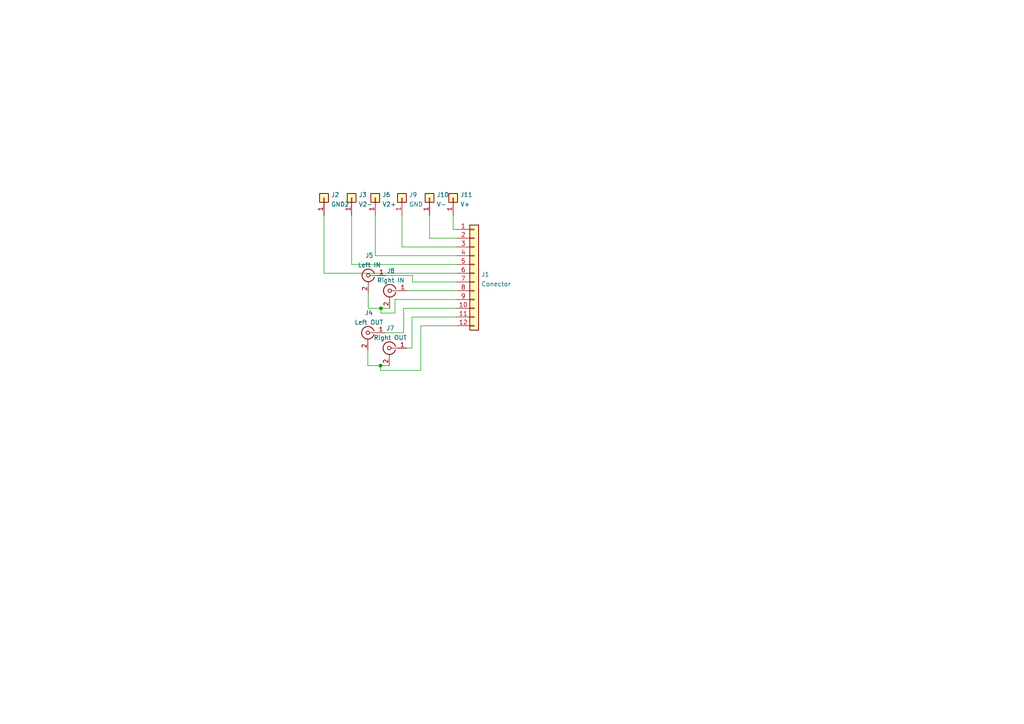
<source format=kicad_sch>
(kicad_sch (version 20211123) (generator eeschema)
  (paper "A4")
  (lib_symbols
    (symbol "Connector:Conn_Coaxial" (pin_names (offset 1.016) hide)
      (property "Reference" "J" (at 0.254 3.048 0))
      (property "Value" "Conn_Coaxial" (at 2.921 0 90))
      (symbol "Conn_Coaxial_0_1"
        (arc (start -1.778 -0.508) (mid 0.222 -1.808) (end 1.778 0) (stroke (width 0.254)))
        (polyline (pts (xy -2.54 0) (xy -0.508 0)))
        (polyline (pts (xy 0 -2.54) (xy 0 -1.778)))
        (circle (center 0 0) (radius 0.508) (stroke (width 0.2032)))
        (arc (start 1.778 0) (mid 0.2221 1.8083) (end -1.778 0.508) (stroke (width 0.254)))
      )
      (symbol "Conn_Coaxial_1_1"
        (pin passive line (at -5.08 0 0) (length 2.54) (name "In") (number "1"))
        (pin passive line (at 0 -5.08 90) (length 2.54) (name "Ext") (number "2"))
      )
    )
    (symbol "Connector_Generic:Conn_01x01" (pin_names (offset 1.016) hide)
      (property "Reference" "J" (at 0 2.54 0))
      (property "Value" "Conn_01x01" (at 0 -2.54 0))
      (symbol "Conn_01x01_1_1"
        (rectangle (start -1.27 0.127) (end 0 -0.127) (stroke (width 0.1524)))
        (rectangle (start -1.27 1.27) (end 1.27 -1.27) (stroke (width 0.254)) (fill (type background)))
        (pin passive line (at -5.08 0 0) (length 3.81) (name "Pin_1") (number "1"))
      )
    )
    (symbol "Connector_Generic:Conn_01x12" (pin_names (offset 1.016) hide)
      (property "Reference" "J" (at 0 15.24 0))
      (property "Value" "Conn_01x12" (at 0 -17.78 0))
      (symbol "Conn_01x12_1_1"
        (rectangle (start -1.27 -15.113) (end 0 -15.367) (stroke (width 0.1524)))
        (rectangle (start -1.27 -12.573) (end 0 -12.827) (stroke (width 0.1524)))
        (rectangle (start -1.27 -10.033) (end 0 -10.287) (stroke (width 0.1524)))
        (rectangle (start -1.27 -7.493) (end 0 -7.747) (stroke (width 0.1524)))
        (rectangle (start -1.27 -4.953) (end 0 -5.207) (stroke (width 0.1524)))
        (rectangle (start -1.27 -2.413) (end 0 -2.667) (stroke (width 0.1524)))
        (rectangle (start -1.27 0.127) (end 0 -0.127) (stroke (width 0.1524)))
        (rectangle (start -1.27 2.667) (end 0 2.413) (stroke (width 0.1524)))
        (rectangle (start -1.27 5.207) (end 0 4.953) (stroke (width 0.1524)))
        (rectangle (start -1.27 7.747) (end 0 7.493) (stroke (width 0.1524)))
        (rectangle (start -1.27 10.287) (end 0 10.033) (stroke (width 0.1524)))
        (rectangle (start -1.27 12.827) (end 0 12.573) (stroke (width 0.1524)))
        (rectangle (start -1.27 13.97) (end 1.27 -16.51) (stroke (width 0.254)) (fill (type background)))
        (pin passive line (at -5.08 12.7 0) (length 3.81) (name "Pin_1") (number "1"))
        (pin passive line (at -5.08 -10.16 0) (length 3.81) (name "Pin_10") (number "10"))
        (pin passive line (at -5.08 -12.7 0) (length 3.81) (name "Pin_11") (number "11"))
        (pin passive line (at -5.08 -15.24 0) (length 3.81) (name "Pin_12") (number "12"))
        (pin passive line (at -5.08 10.16 0) (length 3.81) (name "Pin_2") (number "2"))
        (pin passive line (at -5.08 7.62 0) (length 3.81) (name "Pin_3") (number "3"))
        (pin passive line (at -5.08 5.08 0) (length 3.81) (name "Pin_4") (number "4"))
        (pin passive line (at -5.08 2.54 0) (length 3.81) (name "Pin_5") (number "5"))
        (pin passive line (at -5.08 0 0) (length 3.81) (name "Pin_6") (number "6"))
        (pin passive line (at -5.08 -2.54 0) (length 3.81) (name "Pin_7") (number "7"))
        (pin passive line (at -5.08 -5.08 0) (length 3.81) (name "Pin_8") (number "8"))
        (pin passive line (at -5.08 -7.62 0) (length 3.81) (name "Pin_9") (number "9"))
      )
    )
  )
  (junction (at 110.49 89.408))
  (junction (at 110.363 106.045))
  (wire (pts (xy 124.587 69.088) (xy 132.461 69.088)))
  (wire (pts (xy 116.586 71.628) (xy 132.461 71.628)))
  (wire (pts (xy 132.461 81.788) (xy 119.634 81.788)))
  (wire (pts (xy 131.445 66.548) (xy 132.461 66.548)))
  (wire (pts (xy 106.68 106.045) (xy 110.363 106.045)))
  (wire (pts (xy 132.461 89.408) (xy 117.094 89.408)))
  (wire (pts (xy 106.807 89.408) (xy 110.49 89.408)))
  (wire (pts (xy 108.839 74.168) (xy 132.461 74.168)))
  (wire (pts (xy 132.461 91.948) (xy 119.507 91.948)))
  (wire (pts (xy 132.461 94.488) (xy 122.047 94.488)))
  (wire (pts (xy 117.983 100.965) (xy 119.507 100.965)))
  (wire (pts (xy 93.98 62.484) (xy 93.98 79.248)))
  (wire (pts (xy 118.11 84.328) (xy 132.461 84.328)))
  (wire (pts (xy 124.587 62.484) (xy 124.587 69.088)))
  (wire (pts (xy 131.445 62.484) (xy 131.445 66.548)))
  (wire (pts (xy 122.047 94.488) (xy 122.047 107.442)))
  (wire (pts (xy 132.461 86.868) (xy 114.554 86.868)))
  (wire (pts (xy 119.634 81.788) (xy 119.634 79.883)))
  (wire (pts (xy 110.363 106.045) (xy 112.903 106.045)))
  (wire (pts (xy 110.363 107.442) (xy 110.363 106.045)))
  (wire (pts (xy 116.586 62.484) (xy 116.586 71.628)))
  (wire (pts (xy 101.981 76.708) (xy 132.461 76.708)))
  (wire (pts (xy 117.094 96.52) (xy 111.76 96.52)))
  (wire (pts (xy 110.363 107.442) (xy 122.047 107.442)))
  (wire (pts (xy 101.981 62.484) (xy 101.981 76.708)))
  (wire (pts (xy 114.554 90.805) (xy 110.49 90.805)))
  (wire (pts (xy 119.634 79.883) (xy 111.887 79.883)))
  (wire (pts (xy 106.68 101.6) (xy 106.68 106.045)))
  (wire (pts (xy 110.49 89.408) (xy 113.03 89.408)))
  (wire (pts (xy 119.507 91.948) (xy 119.507 100.965)))
  (wire (pts (xy 114.554 86.868) (xy 114.554 90.805)))
  (wire (pts (xy 108.839 62.484) (xy 108.839 74.168)))
  (wire (pts (xy 117.094 89.408) (xy 117.094 96.52)))
  (wire (pts (xy 110.49 90.805) (xy 110.49 89.408)))
  (wire (pts (xy 93.98 79.248) (xy 132.461 79.248)))
  (wire (pts (xy 106.807 84.963) (xy 106.807 89.408)))
  (symbol (lib_id "Connector:Conn_Coaxial") (at 113.03 84.328 0) (mirror y) (unit 1)
    (property "Reference" "J8" (at 113.3474 78.5349 0))
    (property "Value" "Right IN" (at 113.3474 81.31 0))
    (property "Footprint" "Custom Library:RCA PANEL 2PIN FOOTPRINT" (effects hide))
    (property "Datasheet" " ~" (effects hide))
  )
  (symbol (lib_id "Connector_Generic:Conn_01x01") (at 101.981 57.404 90) (unit 1)
    (property "Reference" "J3" (at 104.013 56.4955 90) (effects (justify right)))
    (property "Value" "V2-" (at 104.013 59.2706 90) (effects (justify right)))
    (property "Footprint" "Custom Library:Spade Conector 6.3mm TE_1217861" (effects hide))
  )
  (symbol (lib_id "Connector:Conn_Coaxial") (at 106.68 96.52 0) (mirror y) (unit 1)
    (property "Reference" "J4" (at 106.9974 90.7269 0))
    (property "Value" "Left OUT" (at 106.9974 93.502 0))
    (property "Footprint" "Custom Library:RCA PANEL 2PIN FOOTPRINT" (effects hide))
    (property "Datasheet" " ~" (effects hide))
  )
  (symbol (lib_id "Connector_Generic:Conn_01x01") (at 108.839 57.404 90) (unit 1)
    (property "Reference" "J6" (at 110.871 56.4955 90) (effects (justify right)))
    (property "Value" "V2+" (at 110.871 59.2706 90) (effects (justify right)))
    (property "Footprint" "Custom Library:Spade Conector 6.3mm TE_1217861" (effects hide))
  )
  (symbol (lib_id "Connector_Generic:Conn_01x12") (at 137.541 79.248 0) (unit 1)
    (property "Reference" "J1" (at 139.573 79.6095 0) (effects (justify left)))
    (property "Value" "Conector" (at 139.573 82.3846 0) (effects (justify left)))
    (property "Footprint" "TSD MIXER FOOTPRINTS:PinSocket_2x12_P2.54mm_Vertical" (effects hide))
  )
  (symbol (lib_id "Connector_Generic:Conn_01x01") (at 131.445 57.404 90) (unit 1)
    (property "Reference" "J11" (at 133.477 56.4955 90) (effects (justify right)))
    (property "Value" "V+" (at 133.477 59.2706 90) (effects (justify right)))
    (property "Footprint" "Custom Library:Spade Conector 6.3mm TE_1217861" (effects hide))
  )
  (symbol (lib_id "Connector_Generic:Conn_01x01") (at 124.587 57.404 90) (unit 1)
    (property "Reference" "J10" (at 126.619 56.4955 90) (effects (justify right)))
    (property "Value" "V-" (at 126.619 59.2706 90) (effects (justify right)))
    (property "Footprint" "Custom Library:Spade Conector 6.3mm TE_1217861" (effects hide))
  )
  (symbol (lib_id "Connector:Conn_Coaxial") (at 106.807 79.883 0) (mirror y) (unit 1)
    (property "Reference" "J5" (at 107.1244 74.0899 0))
    (property "Value" "Left IN" (at 107.1244 76.865 0))
    (property "Footprint" "Custom Library:RCA PANEL 2PIN FOOTPRINT" (effects hide))
    (property "Datasheet" " ~" (effects hide))
  )
  (symbol (lib_id "Connector:Conn_Coaxial") (at 112.903 100.965 0) (mirror y) (unit 1)
    (property "Reference" "J7" (at 113.2204 95.1719 0))
    (property "Value" "Right OUT" (at 113.2204 97.947 0))
    (property "Footprint" "Custom Library:RCA PANEL 2PIN FOOTPRINT" (effects hide))
    (property "Datasheet" " ~" (effects hide))
  )
  (symbol (lib_id "Connector_Generic:Conn_01x01") (at 93.98 57.404 90) (unit 1)
    (property "Reference" "J2" (at 96.012 56.4955 90) (effects (justify right)))
    (property "Value" "GND2" (at 96.012 59.2706 90) (effects (justify right)))
    (property "Footprint" "Custom Library:Spade Conector 6.3mm TE_1217861" (effects hide))
  )
  (symbol (lib_id "Connector_Generic:Conn_01x01") (at 116.586 57.404 90) (unit 1)
    (property "Reference" "J9" (at 118.618 56.4955 90) (effects (justify right)))
    (property "Value" "GND" (at 118.618 59.2706 90) (effects (justify right)))
    (property "Footprint" "Custom Library:Spade Conector 6.3mm TE_1217861" (effects hide))
  )
)
</source>
